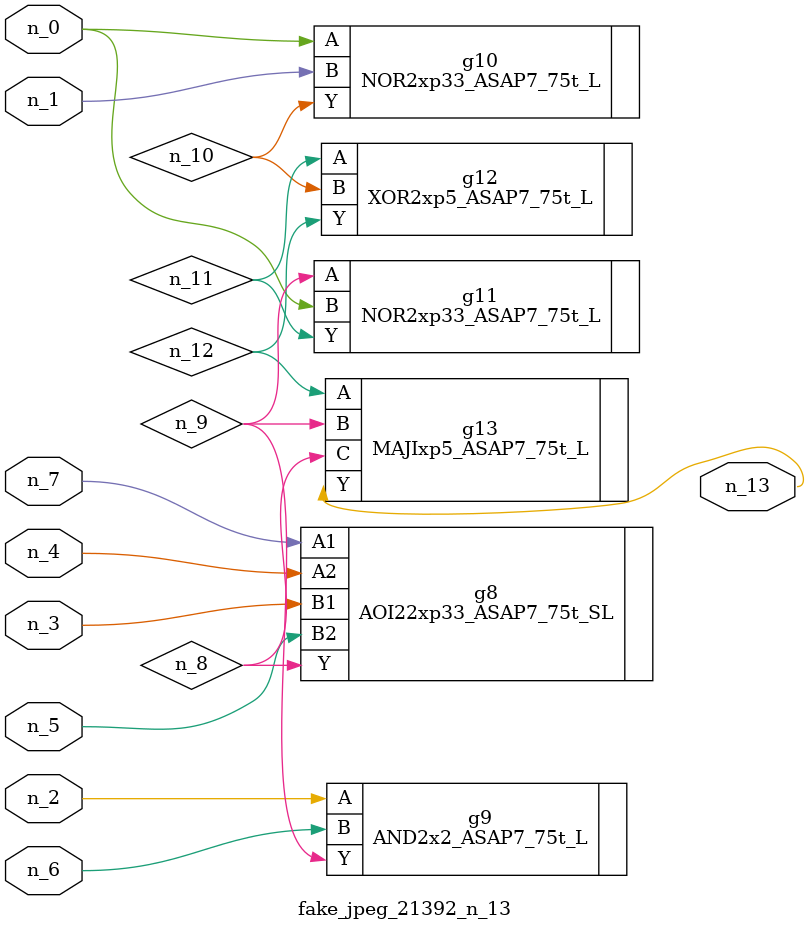
<source format=v>
module fake_jpeg_21392_n_13 (n_3, n_2, n_1, n_0, n_4, n_6, n_5, n_7, n_13);

input n_3;
input n_2;
input n_1;
input n_0;
input n_4;
input n_6;
input n_5;
input n_7;

output n_13;

wire n_11;
wire n_10;
wire n_12;
wire n_8;
wire n_9;

AOI22xp33_ASAP7_75t_SL g8 ( 
.A1(n_7),
.A2(n_4),
.B1(n_3),
.B2(n_5),
.Y(n_8)
);

AND2x2_ASAP7_75t_L g9 ( 
.A(n_2),
.B(n_6),
.Y(n_9)
);

NOR2xp33_ASAP7_75t_L g10 ( 
.A(n_0),
.B(n_1),
.Y(n_10)
);

NOR2xp33_ASAP7_75t_L g11 ( 
.A(n_9),
.B(n_0),
.Y(n_11)
);

XOR2xp5_ASAP7_75t_L g12 ( 
.A(n_11),
.B(n_10),
.Y(n_12)
);

MAJIxp5_ASAP7_75t_L g13 ( 
.A(n_12),
.B(n_9),
.C(n_8),
.Y(n_13)
);


endmodule
</source>
